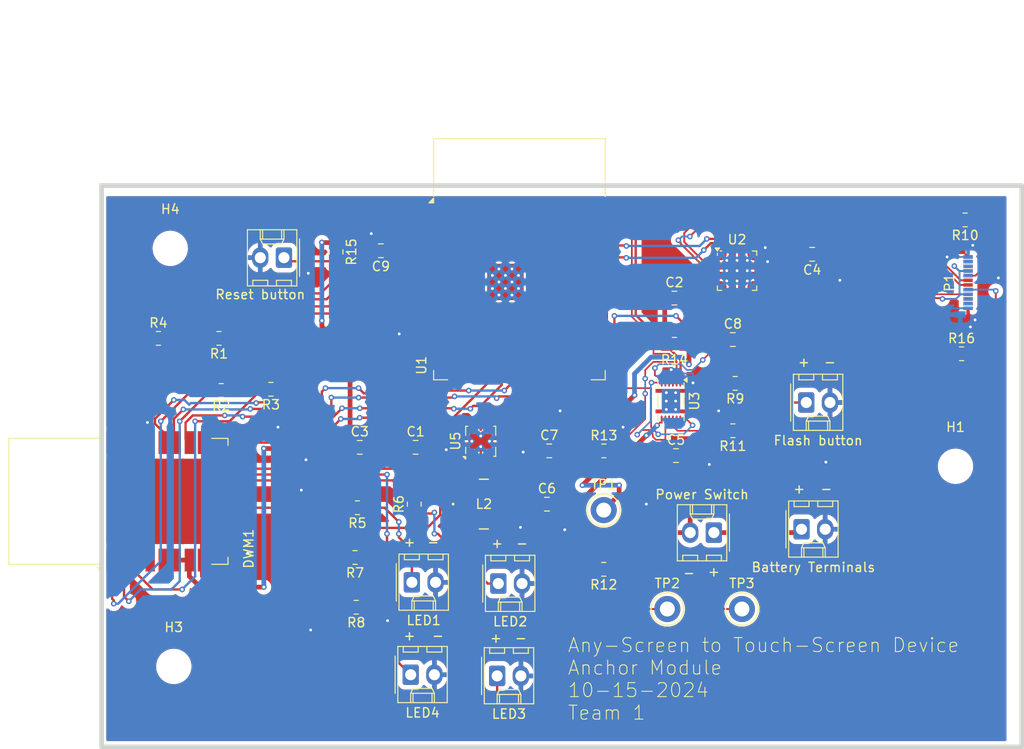
<source format=kicad_pcb>
(kicad_pcb (version 20240108) (generator "pcbnew") (generator_version "8.0")
  (layers (0 "F.Cu" signal) (31 "B.Cu" signal) (34 "B.Paste" user) (35 "F.Paste" user) (36 "B.SilkS" user "B.Silkscreen") (37 "F.SilkS" user "F.Silkscreen") (38 "B.Mask" user) (39 "F.Mask" user) (44 "Edge.Cuts" user))
  (net 0 "")
  (net 1 "+3.3V")
  (net 2 "GND")
  (net 3 "Net-(U2-VPP)")
  (net 4 "Net-(J3-Pin_2)")
  (net 5 "Net-(U3-V_{DD})")
  (net 7 "Net-(DWM1-EXTON)")
  (net 9 "/LEDRX")
  (net 10 "Net-(DWM1-~{RST})")
  (net 11 "/LEDSFD")
  (net 12 "/LEDRX_OK")
  (net 14 "/MOSI")
  (net 15 "/LEDTX")
  (net 16 "/SPI_CLK")
  (net 17 "/INT")
  (net 18 "/CS_AL")
  (net 19 "/MISO")
  (net 20 "Net-(DWM1-WAKEUP)")
  (net 22 "/RESET_ESP")
  (net 23 "Net-(J2-Pin_1)")
  (net 24 "Net-(J3-Pin_1)")
  (net 25 "Net-(J5-Pin_1)")
  (net 26 "Net-(J6-Pin_1)")
  (net 27 "Net-(J7-Pin_1)")
  (net 28 "Net-(J8-Pin_1)")
  (net 29 "/USB_D-")
  (net 30 "Net-(U3-SRN)")
  (net 31 "/USB_D+")
  (net 32 "Net-(P1-CC)")
  (net 33 "Net-(P1-VCONN)")
  (net 34 "/EXT_ON")
  (net 35 "/WAKEUP")
  (net 36 "/RESET_ACT_L")
  (net 37 "/EN_FLASH")
  (net 38 "/I2C Clock")
  (net 39 "/I2C Data")
  (net 40 "/MCU GPIO")
  (net 49 "/USB_DATA_RXD")
  (net 60 "/USB_DATA_TXD")
  (net 68 "/USB_SEND")
  (net 72 "/USB_READY")
  (net 78 "USB_VBUS")
  (net 81 "Net-(U3-BIN)")
  (net 88 "Net-(U5-L1)")
  (net 89 "Net-(U5-L2)")
  (footprint "Connector_USB:USB_C_Plug_Molex_105444" (layer "F.Cu") (at 177.537 56.252 -90)
    (property "Reference" "P1")
    (property "Value" "USB_C_Plug_USB2.0")
  )
  (footprint "Resistor_SMD:R_0805_2012Metric_Pad1.20x1.40mm_HandSolder" (layer "F.Cu") (at 118.11 80.01 90)
    (property "Reference" "R6")
    (property "Value" "470")
  )
  (footprint "Resistor_SMD:R_0805_2012Metric_Pad1.20x1.40mm_HandSolder" (layer "F.Cu") (at 138.43 86.995 180)
    (property "Reference" "R12")
    (property "Value" "10mΩ")
  )
  (footprint "Resistor_SMD:R_0805_2012Metric_Pad1.20x1.40mm_HandSolder" (layer "F.Cu") (at 97.171 62.23 180)
    (property "Reference" "R1")
    (property "Value" "470")
  )
  (footprint "Resistor_SMD:R_0805_2012Metric_Pad1.20x1.40mm_HandSolder" (layer "F.Cu") (at 138.446 74.295)
    (property "Reference" "R13")
    (property "Value" "10kΩ")
  )
  (footprint "Resistor_SMD:R_0805_2012Metric_Pad1.20x1.40mm_HandSolder" (layer "F.Cu") (at 152.527 67.056 180)
    (property "Reference" "R9")
    (property "Value" "470")
  )
  (footprint "Capacitor_SMD:C_0805_2012Metric_Pad1.18x1.45mm_HandSolder" (layer "F.Cu") (at 112.268 73.914)
    (property "Reference" "C3")
    (property "Value" "10uF")
  )
  (footprint "Capacitor_SMD:C_0805_2012Metric_Pad1.18x1.45mm_HandSolder" (layer "F.Cu") (at 118.2585 73.914)
    (property "Reference" "C1")
    (property "Value" "10uF")
  )
  (footprint "Connector_Molex:Molex_KK-254_AE-6410-02A_1x02_P2.54mm_Vertical" (layer "F.Cu") (at 127 98.425)
    (property "Reference" "J7" (hide yes))
    (property "Value" "LED3")
  )
  (footprint "Resistor_SMD:R_0805_2012Metric_Pad1.20x1.40mm_HandSolder" (layer "F.Cu") (at 176.8 63.881)
    (property "Reference" "R16")
    (property "Value" "10k")
  )
  (footprint "TestPoint:TestPoint_Keystone_5010-5014_Multipurpose" (layer "F.Cu") (at 153.25 91.25)
    (property "Reference" "TP3")
    (property "Value" "TestPoint")
  )
  (footprint "Connector_Molex:Molex_KK-254_AE-6410-02A_1x02_P2.54mm_Vertical" (layer "F.Cu") (at 117.729 98.298)
    (property "Reference" "J8" (hide yes))
    (property "Value" "LED4")
  )
  (footprint "Resistor_SMD:R_0805_2012Metric_Pad1.20x1.40mm_HandSolder" (layer "F.Cu") (at 102.743 67.691 180)
    (property "Reference" "R3")
    (property "Value" "470")
  )
  (footprint "Connector_Molex:Molex_KK-254_AE-6410-02A_1x02_P2.54mm_Vertical" (layer "F.Cu") (at 104.14 53.574 180)
    (property "Reference" "J1" (hide yes))
    (property "Value" "Reset button")
  )
  (footprint "MountingHole:MountingHole_3.2mm_M3" (layer "F.Cu") (at 176.149 75.946)
    (property "Reference" "H1")
    (property "Value" "MountingHole")
  )
  (footprint "Resistor_SMD:R_0805_2012Metric_Pad1.20x1.40mm_HandSolder" (layer "F.Cu") (at 152.273 72.136 180)
    (property "Reference" "R11")
    (property "Value" "10kΩ")
  )
  (footprint "Package_SON:Texas_DRC0010J_ThermalVias" (layer "F.Cu") (at 125.238 73.263 90)
    (property "Reference" "U5")
    (property "Value" "TPS63001")
  )
  (footprint "footprints:IND_MSS5131_COC" (layer "F.Cu") (at 125.5783 80)
    (property "Reference" "L2")
    (property "Value" "MSS5131-222MLB")
  )
  (footprint "Capacitor_SMD:C_0805_2012Metric_Pad1.18x1.45mm_HandSolder" (layer "F.Cu") (at 160.782 53.213 180)
    (property "Reference" "C4")
    (property "Value" "10uF")
  )
  (footprint "Resistor_SMD:R_0805_2012Metric_Pad1.20x1.40mm_HandSolder" (layer "F.Cu") (at 90.678 62.23)
    (property "Reference" "R4")
    (property "Value" "10k")
  )
  (footprint "Package_SON:Texas_S-PDSO-N12" (layer "F.Cu") (at 145.641 68.953 -90)
    (property "Reference" "U3")
    (property "Value" "BQ27441-G1")
  )
  (footprint "Connector_Molex:Molex_KK-254_AE-6410-02A_1x02_P2.54mm_Vertical" (layer "F.Cu") (at 160.147 69.108)
    (property "Reference" "J2" (hide yes))
    (property "Value" "Flash button")
  )
  (footprint "Resistor_SMD:R_0805_2012Metric_Pad1.20x1.40mm_HandSolder" (layer "F.Cu") (at 109.728 52.959 -90)
    (property "Reference" "R15")
    (property "Value" "10kΩ")
  )
  (footprint "Connector_Molex:Molex_KK-254_AE-6410-02A_1x02_P2.54mm_Vertical" (layer "F.Cu") (at 159.639 82.697)
    (property "Reference" "J4" (hide yes))
    (property "Value" "Battery Terminals")
  )
  (footprint "Connector_Molex:Molex_KK-254_AE-6410-02A_1x02_P2.54mm_Vertical" (layer "F.Cu") (at 150.241 83.058 180)
    (property "Reference" "J3" (hide yes))
    (property "Value" "Power Switch")
  )
  (footprint "Capacitor_SMD:C_0805_2012Metric_Pad1.18x1.45mm_HandSolder" (layer "F.Cu") (at 146.177 74.803)
    (property "Reference" "C5")
    (property "Value" "1 μF")
  )
  (footprint "Resistor_SMD:R_0805_2012Metric_Pad1.20x1.40mm_HandSolder" (layer "F.Cu") (at 146.007 62.865 180)
    (property "Reference" "R14")
    (property "Value" "10kΩ")
  )
  (footprint "Resistor_SMD:R_0805_2012Metric_Pad1.20x1.40mm_HandSolder" (layer "F.Cu") (at 112.014 80.391 180)
    (property "Reference" "R5")
    (property "Value" "470")
  )
  (footprint "Capacitor_SMD:C_0805_2012Metric_Pad1.18x1.45mm_HandSolder" (layer "F.Cu") (at 114.5325 52.832 180)
    (property "Reference" "C9")
    (property "Value" "1uF")
  )
  (footprint "Connector_Molex:Molex_KK-254_AE-6410-02A_1x02_P2.54mm_Vertical" (layer "F.Cu") (at 127.127 88.519)
    (property "Reference" "J6" (hide yes))
    (property "Value" "LED2")
  )
  (footprint "RF_Module:DWM1000" (layer "F.Cu") (at 86.3908 79.706 90)
    (property "Reference" "DWM1")
    (property "Value" "DWM1000")
  )
  (footprint "Resistor_SMD:R_0805_2012Metric_Pad1.20x1.40mm_HandSolder" (layer "F.Cu") (at 97.409 67.818 180)
    (property "Reference" "R2")
    (property "Value" "470")
  )
  (footprint "Resistor_SMD:R_0805_2012Metric_Pad1.20x1.40mm_HandSolder" (layer "F.Cu") (at 177.181 49.53 180)
    (property "Reference" "R10")
    (property "Value" "5.1k")
  )
  (footprint "Resistor_SMD:R_0805_2012Metric_Pad1.20x1.40mm_HandSolder" (layer "F.Cu") (at 111.76 85.725 180)
    (property "Reference" "R7")
    (property "Value" "470")
  )
  (footprint "Package_DFN_QFN:QFN-24-1EP_4x4mm_P0.5mm_EP2.7x2.7mm_ThermalVias" (layer "F.Cu") (at 152.7235 54.971)
    (property "Reference" "U2")
    (property "Value" "CP2104")
  )
  (footprint "Capacitor_SMD:C_0805_2012Metric_Pad1.18x1.45mm_HandSolder" (layer "F.Cu") (at 132.588 74.295)
    (property "Reference" "C7")
    (property "Value" "33 μF")
  )
  (footprint "Resistor_SMD:R_0805_2012Metric_Pad1.20x1.40mm_HandSolder" (layer "F.Cu") (at 111.887 91.059 180)
    (property "Reference" "R8")
    (property "Value" "470")
  )
  (footprint "Connector_Molex:Molex_KK-254_AE-6410-02A_1x02_P2.54mm_Vertical" (layer "F.Cu") (at 117.856 88.392)
    (property "Reference" "J5" (hide yes))
    (property "Value" "LED1")
  )
  (footprint "TestPoint:TestPoint_Keystone_5010-5014_Multipurpose" (layer "F.Cu") (at 138.43 80.645)
    (property "Reference" "TP1")
    (property "Value" "TestPoint")
  )
  (footprint "Capacitor_SMD:C_0805_2012Metric_Pad1.18x1.45mm_HandSolder" (layer "F.Cu") (at 132.334 80.01)
    (property "Reference" "C6")
    (property "Value" "10 μF")
  )
  (footprint "RF_Module:ESP32-S3-WROOM-1" (layer "F.Cu") (at 129.389 53.721)
    (property "Reference" "U1")
    (property "Value" "ESP32-S3-WROOM-1")
  )
  (footprint "MountingHole:MountingHole_3.2mm_M3" (layer "F.Cu") (at 91.948 52.578)
    (property "Reference" "H4")
    (property "Value" "MountingHole")
  )
  (footprint "Capacitor_SMD:C_0805_2012Metric_Pad1.18x1.45mm_HandSolder" (layer "F.Cu") (at 152.273 62.357)
    (property "Reference" "C8")
    (property "Value" "0.47 μF")
  )
  (footprint "MountingHole:MountingHole_3.2mm_M3" (layer "F.Cu") (at 92.329 97.409)
    (property "Reference" "H3")
    (property "Value" "MountingHole")
  )
  (footprint "Capacitor_SMD:C_0805_2012Metric_Pad1.18x1.45mm_HandSolder" (layer "F.Cu") (at 146.007 57.912)
    (property "Reference" "C2")
    (property "Value" "10uF")
  )
  (footprint "TestPoint:TestPoint_Keystone_5010-5014_Multipurpose" (layer "F.Cu") (at 145.25 91.25)
    (property "Reference" "TP2")
    (property "Value" "TestPoint")
  )
  (gr_rect (start 84.582 45.847) (end 183.261 106.037) (stroke (width 0.5)) (fill none) (layer "Edge.Cuts"))
  (gr_text "Any-Screen to Touch-Screen Device\nAnchor Module\n10-15-2024\nTeam 1" (at 134.5 103.25 0) (layer "F.SilkS") (effects (font (size 1.5 1.5) (thickness 0.1)) (justify left bottom)))
  (segment (start 115.557 72.25) (end 117.221 73.914) (width 0.508) (layer "F.Cu") (net 1))
  (segment (start 101.981 88.9) (end 95.153 88.9) (width 0.508) (layer "F.Cu") (net 1))
  (segment (start 111.2305 71.628) (end 111.2305 73.914) (width 0.508) (layer "F.Cu") (net 1))
  (segment (start 144.9695 57.912) (end 147.272663 55.608837) (width 0.508) (layer "F.Cu") (net 1))
  (segment (start 108.204 60.325) (end 108.204 60.96) (width 0.508) (layer "F.Cu") (net 1))
  (segment (start 111.2305 71.628) (end 111.8525 72.25) (width 0.508) (layer "F.Cu") (net 1))
  (segment (start 150.25 55.721) (end 150.761 55.721) (width 0.254) (layer "F.Cu") (net 1))
  (segment (start 131.5505 74.295) (end 133.2335 72.612) (width 0.508) (layer "F.Cu") (net 1))
  (segment (start 147.574 63.432) (end 147.007 62.865) (width 0.508) (layer "F.Cu") (net 1))
  (segment (start 137.446 72.612) (end 141.732 68.326) (width 0.508) (layer "F.Cu") (net 1))
  (segment (start 131.5505 74.295) (end 128.0795 70.824) (width 0.508) (layer "F.Cu") (net 1))
  (segment (start 111.2305 73.914) (end 111.125 73.914) (width 0.508) (layer "F.Cu") (net 1))
  (segment (start 93.992 87.739) (end 93.992 86.006) (width 0.508) (layer "F.Cu") (net 1))
  (segment (start 140.081 78.994) (end 138.43 80.645) (width 0.508) (layer "F.Cu") (net 1))
  (segment (start 151.4735 56.9335) (end 150.761 56.221) (width 0.254) (layer "F.Cu") (net 1))
  (segment (start 92.592 86.006) (end 91.192 86.006) (width 0.508) (layer "F.Cu") (net 1))
  (segment (start 128.0795 70.824) (end 124.164 70.824) (width 0.508) (layer "F.Cu") (net 1))
  (segment (start 122.428 71.501) (end 123.444 70.485) (width 0.508) (layer "F.Cu") (net 1))
  (segment (start 93.992 86.006) (end 92.592 86.006) (width 0.508) (layer "F.Cu") (net 1))
  (segment (start 140.081 77.978) (end 140.081 78.994) (width 0.508) (layer "F.Cu") (net 1))
  (segment (start 133.2335 72.612) (end 137.446 72.612) (width 0.508) (layer "F.Cu") (net 1))
  (segment (start 95.153 88.9) (end 93.992 87.739) (width 0.508) (layer "F.Cu") (net 1))
  (segment (start 147.574 65.024) (end 147.574 63.432) (width 0.508) (layer "F.Cu") (net 1))
  (segment (start 137.446 76.676) (end 136.144 77.978) (width 0.508) (layer "F.Cu") (net 1))
  (segment (start 111.8525 72.25) (end 115.557 72.25) (width 0.508) (layer "F.Cu") (net 1))
  (segment (start 117.221 73.914) (end 117.221 72.529) (width 0.508) (layer "F.Cu") (net 1))
  (segment (start 147.272663 55.608837) (end 147.636837 55.608837) (width 0.508) (layer "F.Cu") (net 1))
  (segment (start 118.249 71.501) (end 122.428 71.501) (width 0.508) (layer "F.Cu") (net 1))
  (segment (start 120.639 49.731) (end 111.956 49.731) (width 0.508) (layer "F.Cu") (net 1))
  (segment (start 110.998 74.041) (end 101.981 74.041) (width 0.508) (layer "F.Cu") (net 1))
  (segment (start 147.636837 55.608837) (end 148.249 56.221) (width 0.508) (layer "F.Cu") (net 1))
  (segment (start 122.428 73.177126) (end 123.913874 74.663) (width 0.508) (layer "F.Cu") (net 1))
  (segment (start 149.75 56.221) (end 150.25 55.721) (width 0.254) (layer "F.Cu") (net 1))
  (segment (start 111.956 49.731) (end 109.728 51.959) (width 0.508) (layer "F.Cu") (net 1))
  (segment (start 144.9695 60.8275) (end 147.007 62.865) (width 0.508) (layer "F.Cu") (net 1))
  (segment (start 149.75 56.221) (end 148.249 56.221) (width 0.254) (layer "F.Cu") (net 1))
  (segment (start 123.444 70.485) (end 123.825 70.485) (width 0.508) (layer "F.Cu") (net 1))
  (segment (start 108.204 60.96) (end 111.2305 63.9865) (width 0.508) (layer "F.Cu") (net 1))
  (segment (start 137.446 74.295) (end 137.446 72.612) (width 0.508) (layer "F.Cu") (net 1))
  (segment (start 111.125 73.914) (end 110.998 74.041) (width 0.508) (layer "F.Cu") (net 1))
  (segment (start 111.2305 63.9865) (end 111.2305 71.628) (width 0.508) (layer "F.Cu") (net 1))
  (segment (start 117.221 72.529) (end 118.249 71.501) (width 0.508) (layer "F.Cu") (net 1))
  (segment (start 122.428 71.501) (end 122.428 73.177126) (width 0.508) (layer "F.Cu") (net 1))
  (segment (start 144.9695 57.912) (end 144.9695 60.8275) (width 0.508) (layer "F.Cu") (net 1))
  (segment (start 109.728 51.959) (end 108.474 51.959) (width 0.508) (layer "F.Cu") (net 1))
  (segment (start 123.825 70.485) (end 124.164 70.824) (width 0.508) (layer "F.Cu") (net 1))
  (segment (start 124.164 70.824) (end 124.164 71.863) (width 0.508) (layer "F.Cu") (net 1))
  (segment (start 137.446 74.295) (end 137.446 76.676) (width 0.508) (layer "F.Cu") (net 1))
  (segment (start 123.913874 74.663) (end 124.157 74.663) (width 0.508) (layer "F.Cu") (net 1))
  (segment (start 150.761 56.221) (end 149.75 56.221) (width 0.254) (layer "F.Cu") (net 1))
  (via (at 147.574 65.024) (size 0.6) (drill 0.3) (layers "F.Cu" "B.Cu") (net 1))
  (via (at 108.204 60.325) (size 0.6) (drill 0.3) (layers "F.Cu" "B.Cu") (net 1))
  (via (at 101.981 74.041) (size 0.6) (drill 0.3) (layers "F.Cu" "B.Cu") (net 1))
  (via (at 101.981 88.9) (size 0.6) (drill 0.3) (layers "F.Cu" "B.Cu") (net 1))
  (via (at 108.204 51.943) (size 0.6) (drill 0.3) (layers "F.Cu" "B.Cu") (net 1))
  (via (at 136.144 77.978) (size 0.6) (drill 0.3) (layers "F.Cu" "B.Cu") (net 1))
  (via (at 140.081 77.978) (size 0.6) (drill 0.3) (layers "F.Cu" "B.Cu") (net 1))
  (via (at 141.732 68.326) (size 0.6) (drill 0.3) (layers "F.Cu" "B.Cu") (net 1))
  (segment (start 141.732 66.018) (end 143.5 64.25) (width 0.508) (layer "B.Cu") (net 1))
  (segment (start 146.8 64.25) (end 147.574 65.024) (width 0.508) (layer "B.Cu") (net 1))
  (segment (start 101.981 74.041) (end 101.981 88.9) (width 0.508) (layer "B.Cu") (net 1))
  (segment (start 108.204 51.943) (end 108.204 60.325) (width 0.508) (layer "B.Cu") (net 1))
  (segment (start 141.732 68.326) (end 141.732 66.018) (width 0.508) (layer "B.Cu") (net 1))
  (segment (start 143.5 64.25) (end 146.8 64.25) (width 0.508) (layer "B.Cu") (net 1))
  (segment (start 136.144 77.978) (end 140.081 77.978) (width 0.508) (layer "B.Cu") (net 1))
  (segment (start 125.238 74.663) (end 125.238 73.838) (width 0.254) (layer "F.Cu") (net 2))
  (segment (start 176.082 52.832) (end 176.657 52.832) (width 0.1778) (layer "F.Cu") (net 2))
  (segment (start 152.7235 54.971) (end 153.8235 56.071) (width 0.2032) (layer "F.Cu") (net 2))
  (segment (start 125.238 72.688) (end 124.884447 72.688) (width 0.254) (layer "F.Cu") (net 2))
  (segment (start 174.5 52.75) (end 174.5 52) (width 0.1778) (layer "F.Cu") (net 2))
  (segment (start 176.827 52.832) (end 177.497 53.502) (width 0.1778) (layer "F.Cu") (net 2))
  (segment (start 174.75 51.75) (end 175 51.75) (width 0.1778) (layer "F.Cu") (net 2))
  (segment (start 151.2735 54.221) (end 151.6235 53.871) (width 0.254) (layer "F.Cu") (net 2))
  (segment (start 175 51.75) (end 176.082 52.832) (width 0.1778) (layer "F.Cu") (net 2))
  (segment (start 150.761 54.221) (end 151.2735 54.221) (width 0.254) (layer "F.Cu") (net 2))
  (segment (start 178 52.25) (end 177.239 52.25) (width 0.1778) (layer "F.Cu") (net 2))
  (segment (start 177.497 59.002) (end 177.497 59.497) (width 0.2032) (layer "F.Cu") (net 2))
  (segment (start 145.841 65.7667) (end 145.841 66.978) (width 0.2) (layer "F.Cu") (net 2))
  (segment (start 178.25 60.5) (end 177.75 61) (width 0.2032) (layer "F.Cu") (net 2))
  (segment (start 145.6632 65.5889) (end 145.841 65.7667) (width 0.2) (layer "F.Cu") (net 2))
  (segment (start 177.497 59.497) (end 178.25 60.25) (width 0.2032) (layer "F.Cu") (net 2))
  (segment (start 178.25 60.25) (end 178.25 60.5) (width 0.2032) (layer "F.Cu") (net 2))
  (segment (start 124.884447 72.688) (end 124.745 72.548553) (width 0.254) (layer "F.Cu") (net 2))
  (segment (start 174.5 52) (end 174.75 51.75) (width 0.1778) (layer "F.Cu") (net 2))
  (segment (start 124.745 72.548553) (end 124.745 71.863) (width 0.254) (layer "F.Cu") (net 2))
  (segment (start 175.25 53.5) (end 174.5 52.75) (width 0.1778) (layer "F.Cu") (net 2))
  (segment (start 177.239 52.25) (end 176.657 52.832) (width 0.1778) (layer "F.Cu") (net 2))
  (segment (start 176.657 52.832) (end 176.827 52.832) (width 0.1778) (layer "F.Cu") (net 2))
  (via (at 180.75 55.75) (size 0.6) (drill 0.3) (layers "F.Cu" "B.Cu") (net 2))
  (via (at 150.75 70) (size 0.6) (drill 0.3) (layers "F.Cu" "B.Cu") (net 2))
  (via (at 100.25 85.25) (size 0.6) (drill 0.3) (layers "F.Cu" "B.Cu") (net 2))
  (via (at 134.25 82.75) (size 0.6) (drill 0.3) (layers "F.Cu" "B.Cu") (net 2))
  (via (at 178 52.25) (size 0.6) (drill 0.3) (layers "F.Cu" "B.Cu") (net 2))
  (via (at 89.5 71.25) (size 0.6) (drill 0.3) (layers "F.Cu" "B.Cu") (net 2))
  (via (at 133.75 70) (size 0.6) (drill 0.3) (layers "F.Cu" "B.Cu") (net 2))
  (via (at 116.5 61.75) (size 0.6) (drill 0.3) (layers "F.Cu" "B.Cu") (net 2))
  (via (at 140.5 71.75) (size 0.6) (drill 0.3) (layers "F.Cu" "B.Cu") (net 2))
  (via (at 148 67) (size 0.6) (drill 0.3) (layers "F.Cu" "B.Cu") (net 2))
  (via (at 175.25 53.5) (size 0.6) (drill 0.3) (layers "F.Cu" "B.Cu") (net 2))
  (via (at 155.75 52.5) (size 0.6) (drill 0.3) (layers "F.Cu" "B.Cu") (net 2))
  (via (at 115.25 92.5) (size 0.6) (drill 0.3) (layers "F.Cu" "B.Cu") (net 2))
  (via (at 106 78.5) (size 0.6) (drill 0.3) (layers "F.Cu" "B.Cu") (net 2))
  (via (at 145.6632 65.5889) (size 0.6) (drill 0.3) (layers "F.Cu" "B.Cu") (net 2))
  (via (at 162.25 75.5) (size 0.6) (drill 0.3) (layers "F.Cu" "B.Cu") (net 2))
  (via (at 103.5 71.75) (size 0.6) (drill 0.3) (layers "F.Cu" "B.Cu") (net 2))
  (via (at 163.75 56) (size 0.6) (drill 0.3) (layers "F.Cu" "B.Cu") (net 2))
  (via (at 178.25 60.25) (size 0.6) (drill 0.3) (layers "F.Cu" "B.Cu") (net 2))
  (via (at 106.5 75.25) (size 0.6) (drill 0.3) (layers "F.Cu" "B.Cu") (net 2))
  (via (at 113.5 51) (size 0.6) (drill 0.3) (layers "F.Cu" "B.Cu") (net 2))
  (via (at 129.794 74.422) (size 0.6) (drill 0.3) (layers "F.Cu" "B.Cu") (net 2))
  (via (at 129.5 82.5) (size 0.6) (drill 0.3) (layers "F.Cu" "B.Cu") (net 2))
  (via (at 143 80) (size 0.6) (drill 0.3) (layers "F.Cu" "B.Cu") (net 2))
  (via (at 149.75 75.75) (size 0.6) (drill 0.3) (layers "F.Cu" "B.Cu") (net 2))
  (via (at 121.539 74.168) (size 0.6) (drill 0.3) (layers "F.Cu" "B.Cu") (net 2))
  (via (at 156 54) (size 0.6) (drill 0.3) (layers "F.Cu" "B.Cu") (net 2))
  (via (at 106.75 55.25) (size 0.6) (drill 0.3) (layers "F.Cu" "B.Cu") (net 2))
  (via (at 177.75 61) (size 0.6) (drill 0.3) (layers "F.Cu" "B.Cu") (net 2))
  (via (at 107 93.5) (size 0.6) (drill 0.3) (layers "F.Cu" "B.Cu") (net 2))
  (segment (start 177.497 53.502) (end 175.252 53.502) (width 0.1778) (layer "B.Cu") (net 2))
  (segment (start 175.5 59.25) (end 175.748 59.002) (width 0.2032) (layer "B.Cu") (net 2))
  (segment (start 176.657 59.672) (end 175.672 59.672) (width 0.2032) (layer "B.Cu") (net 2))
  (segment (start 175.748 59.002) (end 177.497 59.002) (width 0.2032) (layer "B.Cu") (net 2))
  (segment (start 176.75 61) (end 176.657 60.907) (width 0.2032) (layer "B.Cu") (net 2))
  (segment (start 147.0018 66.0018) (end 146.5 65.5) (width 0.2) (layer "B.Cu") (net 2))
  (segment (start 145.7521 65.5) (end 145.6632 65.5889) (width 0.2) (layer "B.Cu") (net 2))
  (segment (start 176.657 60.907) (end 176.657 59.672) (width 0.2032) (layer "B.Cu") (net 2))
  (segment (start 177.75 61) (end 176.75 61) (width 0.2032) (layer "B.Cu") (net 2))
  (segment (start 148 67) (end 148 66.0018) (width 0.2) (layer "B.Cu") (net 2))
  (segment (start 175.252 53.502) (end 175.25 53.5) (width 0.1778) (layer "B.Cu") (net 2))
  (segment (start 148 66.0018) (end 147.0018 66.0018) (width 0.2) (layer "B.Cu") (net 2))
  (segment (start 175.5 59.5) (end 175.5 59.25) (width 0.2032) (layer "B.Cu") (net 2))
  (segment (start 175.672 59.672) (end 175.5 59.5) (width 0.2032) (layer "B.Cu") (net 2))
  (segment (start 146.5 65.5) (end 145.7521 65.5) (width 0.2) (layer "B.Cu") (net 2))
  (segment (start 159.7445 53.213) (end 158.2365 54.721) (width 0.254) (layer "F.Cu") (net 3))
  (segment (start 158.2365 54.721) (end 154.686 54.721) (width 0.254) (layer "F.Cu") (net 3))
  (segment (start 144.028069 73.1059) (end 143.6831 72.760931) (width 0.1778) (layer "F.Cu") (net 4))
  (segment (start 147.701 83.058) (end 147.701 77.3645) (width 0.508) (layer "F.Cu") (net 4))
  (segment (start 144.9601 73.1059) (end 144.028069 73.1059) (width 0.1778) (layer "F.Cu") (net 4))
  (segment (start 147.701 77.3645) (end 145.1395 74.803) (width 0.508) (layer "F.Cu") (net 4))
  (segment (start 142.518732 72.0551) (end 142.021416 72.552416) (width 0.1778) (layer "F.Cu") (net 4))
  (segment (start 147.701 83.058) (end 143.367 83.058) (width 0.508) (layer "F.Cu") (net 4))
  (segment (start 143.6831 72.760931) (end 143.6831 72.46239) (width 0.1778) (layer "F.Cu") (net 4))
  (segment (start 143.367 83.058) (end 139.43 86.995) (width 0.508) (layer "F.Cu") (net 4))
  (segment (start 145.041 73.025) (end 145.041 74.7045) (width 0.1778) (layer "F.Cu") (net 4))
  (segment (start 143.550567 66.976498) (end 144.317502 66.976498) (width 0.1778) (layer "F.Cu") (net 4))
  (segment (start 143.27581 72.0551) (end 142.518732 72.0551) (width 0.1778) (layer "F.Cu") (net 4))
  (segment (start 144.317502 66.976498) (end 144.641 66.653) (width 0.1778) (layer "F.Cu") (net 4))
  (segment (start 145.041 73.025) (end 144.9601 73.1059) (width 0.1778) (layer "F.Cu") (net 4))
  (segment (start 143.6831 72.46239) (end 143.27581 72.0551) (width 0.1778) (layer "F.Cu") (net 4))
  (segment (start 145.041 71.253) (end 145.041 73.025) (width 0.1778) (layer "F.Cu") (net 4))
  (segment (start 145.041 74.7045) (end 145.1395 74.803) (width 0.1778) (layer "F.Cu") (net 4))
  (via (at 142.021416 72.552416) (size 0.6) (drill 0.3) (layers "F.Cu" "B.Cu") (net 4))
  (via (at 143.550567 66.976498) (size 0.6) (drill 0.3) (layers "F.Cu" "B.Cu") (net 4))
  (segment (start 143.550567 66.976498) (end 143.4639 67.063165) (width 0.1778) (layer "B.Cu") (net 4))
  (segment (start 143.4639 71.109932) (end 142.021416 72.552416) (width 0.1778) (layer "B.Cu") (net 4))
  (segment (start 143.4639 67.063165) (end 143.4639 71.109932) (width 0.1778) (layer "B.Cu") (net 4))
  (segment (start 145.0299 66.2641) (end 145.041 66.2752) (width 0.1778) (layer "F.Cu") (net 5))
  (segment (start 143.916416 65.416416) (end 143.916416 66.166416) (width 0.1778) (layer "F.Cu") (net 5))
  (segment (start 149.04625 64.54625) (end 151.2355 62.357) (width 0.1778) (layer "F.Cu") (net 5))
  (segment (start 145.041 66.2752) (end 145.041 66.653) (width 0.1778) (layer "F.Cu") (net 5))
  (segment (start 143.916416 66.166416) (end 144.0141 66.2641) (width 0.1778) (layer "F.Cu") (net 5))
  (segment (start 144.0141 66.2641) (end 145.0299 66.2641) (width 0.1778) (layer "F.Cu") (net 5))
  (via (at 143.916416 65.416416) (size 0.6) (drill 0.3) (layers "F.Cu" "B.Cu") (net 5))
  (via (at 149.04625 64.54625) (size 0.6) (drill 0.3) (layers "F.Cu" "B.Cu") (net 5))
  (segment (start 144.332832 65) (end 143.916416 65.416416) (width 0.1778) (layer "B.Cu") (net 5))
  (segment (start 147.9796 65.6129) (end 147.330069 65.6129) (width 0.1778) (layer "B.Cu") (net 5))
  (segment (start 146.717169 65) (end 144.332832 65) (width 0.1778) (layer "B.Cu") (net 5))
  (segment (start 149.04625 64.54625) (end 147.9796 65.6129) (width 0.1778) (layer "B.Cu") (net 5))
  (segment (start 147.330069 65.6129) (end 146.717169 65) (width 0.1778) (layer "B.Cu") (net 5))
  (segment (start 85.89 90.678) (end 85.89 90.335) (width 0.254) (layer "F.Cu") (net 7))
  (segment (start 85.89 90.335) (end 85.717 90.162) (width 0.254) (layer "F.Cu") (net 7))
  (segment (start 85.717 90.162) (end 85.717 86.006) (width 0.254) (layer "F.Cu") (net 7))
  (segment (start 96.171 65.881) (end 90.932 71.12) (width 0.254) (layer "F.Cu") (net 7))
  (segment (start 96.171 62.23) (end 96.171 65.881) (width 0.254) (layer "F.Cu") (net 7))
  (via (at 90.932 71.12) (size 0.6) (drill 0.3) (layers "F.Cu" "B.Cu") (net 7))
  (via (at 85.89 90.678) (size 0.6) (drill 0.3) (layers "F.Cu" "B.Cu") (net 7))
  (segment (start 90.932 86.106) (end 88.265 88.773) (width 0.254) (layer "B.Cu") (net 7))
  (segment (start 88.265 88.773) (end 86.36 90.678) (width 0.254) (layer "B.Cu") (net 7))
  (segment (start 86.36 90.678) (end 85.89 90.678) (width 0.254) (layer "B.Cu") (net 7))
  (segment (start 90.932 71.12) (end 90.932 86.106) (width 0.254) (layer "B.Cu") (net 7))
  (segment (start 118.11 79.01) (end 116.85 77.75) (width 0.254) (layer "F.Cu") (net 9))
  (segment (start 100.467 77.46) (end 98.921 79.006) (width 0.254) (layer "F.Cu") (net 9))
  (segment (start 99.166 79.006) (end 97.687 79.006) (width 0.254) (layer "F.Cu") (net 9))
  (segment (start 98.921 79.006) (end 97.687 79.006) (width 0.254) (layer "F.Cu") (net 9))
  (segment (start 116.08 77.75) (end 115.79 77.46) (width 0.254) (layer "F.Cu") (net 9))
  (segment (start 115.79 77.46) (end 100.467 77.46) (width 0.254) (layer "F.Cu") (net 9))
  (segment (start 116.85 77.75) (end 116.08 77.75) (width 0.254) (layer "F.Cu") (net 9))
  (segment (start 88.392 87.485) (end 88.392 86.006) (width 0.254) (layer "F.Cu") (net 10))
  (segment (start 101.743 67.691) (end 98.314 71.12) (width 0.254) (layer "F.Cu") (net 10))
  (segment (start 98.314 71.12) (end 94.615 71.12) (width 0.254) (layer "F.Cu") (net 10))
  (segment (start 93.218 89.154) (end 90.061 89.154) (width 0.254) (layer "F.Cu") (net 10))
  (segment (start 90.061 89.154) (end 88.392 87.485) (width 0.254) (layer "F.Cu") (net 10))
  (via (at 94.615 71.12) (size 0.6) (drill 0.3) (layers "F.Cu" "B.Cu") (net 10))
  (via (at 93.218 89.154) (size 0.6) (drill 0.3) (layers "F.Cu" "B.Cu") (net 10))
  (segment (start 94.615 87.757) (end 93.218 89.154) (width 0.254) (layer "B.Cu") (net 10))
  (segment (start 94.615 71.12) (end 94.615 87.757) (width 0.254) (layer "B.Cu") (net 10))
  (segment (start 99.432 77.606) (end 97.687 77.606) (width 0.254) (layer "F.Cu") (net 11))
  (segment (start 110.887 91.059) (end 115.189 86.757) (width 0.254) (layer "F.Cu") (net 11))
  (segment (start 115.189 86.757) (end 115.189 83.185) (width 0.254) (layer "F.Cu") (net 11))
  (segment (start 115.189 76.833) (end 100.205 76.833) (width 0.254) (layer "F.Cu") (net 11))
  (segment (start 100.205 76.833) (end 99.432 77.606) (width 0.254) (layer "F.Cu") (net 11))
  (via (at 115.189 83.185) (size 0.6) (drill 0.3) (layers "F.Cu" "B.Cu") (net 11))
  (via (at 115.189 76.833) (size 0.6) (drill 0.3) (layers "F.Cu" "B.Cu") (net 11))
  (segment (start 115.189 83.185) (end 115.189 76.833) (width 0.254) (layer "B.Cu") (net 11))
  (segment (start 110.76 85.725) (end 113.935 82.55) (width 0.254) (layer "F.Cu") (net 12))
  (segment (start 113.935 82.55) (end 119.504712 82.55) (width 0.254) (layer "F.Cu") (net 12))
  (segment (start 119.894 76.206) (end 97.687 76.206) (width 0.254) (layer "F.Cu") (net 12))
  (segment (start 120.896 77.208) (end 119.894 76.206) (width 0.254) (layer "F.Cu") (net 12))
  (segment (start 119.504712 82.55) (end 120.896 81.158712) (width 0.254) (layer "F.Cu") (net 12))
  (segment (start 120.896 81.158712) (end 120.896 77.208) (width 0.254) (layer "F.Cu") (net 12))
  (segment (start 93.9908 73.406) (end 93.591 73.0062) (width 0.254) (layer "F.Cu") (net 14))
  (segment (start 125.24 69.469) (end 127.484 67.225) (width 0.254) (layer "F.Cu") (net 14))
  (segment (start 94.355288 70.493) (end 97.79 70.493) (width 0.254) (layer "F.Cu") (net 14))
  (segment (start 127.484 67.225) (end 127.484 66.221) (width 0.254) (layer "F.Cu") (net 14))
  (segment (start 124.436712 69.469) (end 125.24 69.469) (width 0.254) (layer "F.Cu") (net 14))
  (segment (start 109.467144 70.618856) (end 110.363 69.723) (width 0.254) (layer "F.Cu") (net 14))
  (segment (start 93.591 71.257288) (end 94.355288 70.493) (width 0.254) (layer "F.Cu") (net 14))
  (segment (start 93.591 73.0062) (end 93.591 71.257288) (width 0.254) (layer "F.Cu") (net 14))
  (segment (start 124.130856 69.774856) (end 124.436712 69.469) (width 0.254) (layer "F.Cu") (net 14))
  (segment (start 122.301 69.723) (end 122.355144 69.777144) (width 0.254) (layer "F.Cu") (net 14))
  (segment (start 112.268 69.723) (end 122.301 69.723) (width 0.254) (layer "F.Cu") (net 14))
  (segment (start 99.701856 70.618856) (end 109.467144 70.618856) (width 0.254) (layer "F.Cu") (net 14))
  (via (at 99.701856 70.618856) (size 0.6) (drill 0.3) (layers "F.Cu" "B.Cu") (net 14))
  (via (at 97.79 70.493) (size 0.6) (drill 0.3) (layers "F.Cu" "B.Cu") (net 14))
  (via (at 124.130856 69.774856) (size 0.6) (drill 0.3) (layers "F.Cu" "B.Cu") (net 14))
  (via (at 122.355144 69.777144) (size 0.6) (drill 0.3) (layers "F.Cu" "B.Cu") (net 14))
  (via (at 110.363 69.723) (size 0.6) (drill 0.3) (layers "F.Cu" "B.Cu") (net 14))
  (via (at 112.268 69.723) (size 0.6) (drill 0.3) (layers "F.Cu" "B.Cu") (net 14))
  (segment (start 99.576 70.493) (end 99.701856 70.618856) (width 0.254) (layer "B.Cu") (net 14))
  (segment (start 110.363 69.723) (end 112.268 69.723) (width 0.254) (layer "B.Cu") (net 14))
  (segment (start 124.128568 69.777144) (end 124.130856 69.774856) (width 0.254) (layer "B.Cu") (net 14))
  (segment (start 122.355144 69.777144) (end 124.128568 69.777144) (width 0.254) (layer "B.Cu") (net 14))
  (segment (start 97.79 70.493) (end 99.576 70.493) (width 0.254) (layer "B.Cu") (net 14))
  (segment (start 97.702 80.391) (end 97.687 80.406) (width 0.254) (layer "F.Cu") (net 15))
  (segment (start 111.014 80.391) (end 97.702 80.391) (width 0.254) (layer "F.Cu") (net 15))
  (segment (start 127.769711 67.826001) (end 128.754 66.841712) (width 0.254) (layer "F.Cu") (net 16))
  (segment (start 90.305 70.858) (end 92.329 68.834) (width 0.254) (layer "F.Cu") (net 16))
  (segment (start 112.141 67.564) (end 112.703 68.126) (width 0.254) (layer "F.Cu") (net 16))
  (segment (start 91.192 72.266712) (end 90.305 71.379712) (width 0.254) (layer "F.Cu") (net 16))
  (segment (start 108.204 69.088) (end 108.204 67.945) (width 0.254) (layer "F.Cu") (net 16))
  (segment (start 112.703 68.126) (end 118.491 68.126) (width 0.254) (layer "F.Cu") (net 16))
  (segment (start 118.791 67.826) (end 123.952 67.826) (width 0.254) (layer "F.Cu") (net 16))
  (segment (start 108.204 67.945) (end 108.585 67.564) (width 0.254) (layer "F.Cu") (net 16))
  (segment (start 101.232711 69.088) (end 108.204 69.088) (width 0.254) (layer "F.Cu") (net 16))
  (segment (start 90.305 71.379712) (end 90.305 70.858) (width 0.254) (layer "F.Cu") (net 16))
  (segment (start 118.491 68.126) (end 118.791 67.826) (width 0.254) (layer "F.Cu") (net 16))
  (segment (start 91.192 73.406) (end 91.192 72.266712) (width 0.254) (layer "F.Cu") (net 16))
  (segment (start 128.754 66.841712) (end 128.754 66.221) (width 0.254) (layer "F.Cu") (net 16))
  (segment (start 101.154355 69.166356) (end 101.232711 69.088) (width 0.254) (layer "F.Cu") (net 16))
  (via (at 101.154355 69.166356) (size 0.6) (drill 0.3) (layers "F.Cu" "B.Cu") (net 16))
  (via (at 127.769711 67.826001) (size 0.6) (drill 0.3) (layers "F.Cu" "B.Cu") (net 16))
  (via (at 112.141 67.564) (size 0.6) (drill 0.3) (layers "F.Cu" "B.Cu") (net 16))
  (via (at 92.329 68.834) (size 0.6) (drill 0.3) (layers "F.Cu" "B.Cu") (net 16))
  (via (at 108.585 67.564) (size 0.6) (drill 0.3) (layers "F.Cu" "B.Cu") (net 16))
  (via (at 123.952 67.826) (size 0.6) (drill 0.3) (layers "F.Cu" "B.Cu") (net 16))
  (segment (start 94.155644 69.166356) (end 101.154355 69.166356) (width 0.254) (layer "B.Cu") (net 16))
  (segment (start 93.98 69.342) (end 94.155644 69.166356) (width 0.254) (layer "B.Cu") (net 16))
  (segment (start 127.76971 67.826) (end 127.769711 67.826001) (width 0.254) (layer "B.Cu") (net 16))
  (segment (start 93.472 68.834) (end 93.98 69.342) (width 0.254) (layer "B.Cu") (net 16))
  (segment (start 108.585 67.564) (end 112.141 67.564) (width 0.254) (layer "B.Cu") (net 16))
  (segment (start 123.952 67.826) (end 127.76971 67.826) (width 0.254) (layer "B.Cu") (net 16))
  (segment (start 92.329 68.834) (end 93.472 68.834) (width 0.254) (layer "B.Cu") (net 16))
  (segment (start 118.671 52.271) (end 120.639 52.271) (width 0.254) (layer "F.Cu") (net 17))
  (segment (start 91.678 60.722) (end 93.472 58.928) (width 0.254) (layer "F.Cu") (net 17))
  (segment (start 108.077 57.404) (end 111.125 54.356) (width 0.254) (layer "F.Cu") (net 17))
  (segment (start 91.678 62.23) (end 91.678 60.722) (width 0.254) (layer "F.Cu") (net 17))
  (segment (start 103.378 59.055) (end 105.029 57.404) (width 0.254) (layer "F.Cu") (net 17))
  (segment (start 91.678 62.23) (end 88.392 65.516) (width 0.254) (layer "F.Cu") (net 17))
  (segment (start 93.472 58.928) (end 103.251 58.928) (width 0.254) (layer "F.Cu") (net 17))
  (segment (start 105.029 57.404) (end 108.077 57.404) (width 0.254) (layer "F.Cu") (net 17))
  (segment (start 111.125 54.356) (end 116.586 54.356) (width 0.254) (layer "F.Cu") (net 17))
  (segment (start 116.586 54.356) (end 118.671 52.271) (width 0.254) (layer "F.Cu") (net 17))
  (segment (start 88.392 65.516) (end 88.392 73.406) (width 0.254) (layer "F.Cu") (net 17))
  (segment (start 103.251 58.928) (end 103.378 59.055) (width 0.254) (layer "F.Cu") (net 17))
  (segment (start 95.3908 73.406) (end 107.696 73.406) (width 0.254) (layer "F.Cu") (net 18))
  (segment (start 112.268 70.739) (end 122.28 70.739) (width 0.254) (layer "F.Cu") (net 18))
  (segment (start 107.696 73.406) (end 110.236 70.866) (width 0.254) (layer "F.Cu") (net 18))
  (segment (start 122.28 70.739) (end 126.214 66.805) (width 0.254) (layer "F.Cu") (net 18))
  (segment (start 126.214 66.805) (end 126.214 66.221) (width 0.254) (layer "F.Cu") (net 18))
  (via (at 112.268 70.739) (size 0.6) (drill 0.3) (layers "F.Cu" "B.Cu") (net 18))
  (via (at 110.236 70.866) (size 0.6) (drill 0.3) (layers "F.Cu" "B.Cu") (net 18))
  (segment (start 112.141 70.866) (end 112.268 70.739) (width 0.254) (layer "B.Cu") (net 18))
  (segment (start 110.236 70.866) (end 112.141 70.866) (width 0.254) (layer "B.Cu") (net 18))
  (segment (start 92.337 70.858) (end 93.345 69.85) (width 0.254) (layer "F.Cu") (net 19))
  (segment (start 127.142712 68.453) (end 128.796 68.453) (width 0.254) (layer "F.Cu") (net 19))
  (segment (start 126.944356 68.651356) (end 127.142712 68.453) (width 0.254) (layer "F.Cu") (net 19))
  (segment (start 100.527356 69.793356) (end 109.163356 69.793356) (width 0.254) (layer "F.Cu") (net 19))
  (segment (start 130.024 67.225) (end 130.024 66.221) (width 0.254) (layer "F.Cu") (net 19))
  (segment (start 109.22 69.85) (end 109.22 68.58) (width 0.254) (layer "F.Cu") (net 19))
  (segment (start 122.301 68.58) (end 122.428 68.453) (width 0.254) (layer "F.Cu") (net 19))
  (segment (start 112.141 68.58) (end 122.301 68.58) (width 0.254) (layer "F.Cu") (net 19))
  (segment (start 128.796 68.453) (end 130.024 67.225) (width 0.254) (layer "F.Cu") (net 19))
  (segment (start 92.592 73.406) (end 92.337 73.151) (width 0.254) (layer "F.Cu") (net 19))
  (segment (start 109.163356 69.793356) (end 109.22 69.85) (width 0.254) (layer "F.Cu") (net 19))
  (segment (start 92.337 73.151) (end 92.337 70.858) (width 0.254) (layer "F.Cu") (net 19))
  (via (at 109.22 68.58) (size 0.6) (drill 0.3) (layers "F.Cu" "B.Cu") (net 19))
  (via (at 100.527356 69.793356) (size 0.6) (drill 0.3) (layers "F.Cu" "B.Cu") (net 19))
  (via (at 93.345 69.85) (size 0.6) (drill 0.3) (layers "F.Cu" "B.Cu") (net 19))
  (via (at 122.428 68.453) (size 0.6) (drill 0.3) (layers "F.Cu" "B.Cu") (net 19))
  (via (at 112.141 68.58) (size 0.6) (drill 0.3) (layers "F.Cu" "B.Cu") (net 19))
  (via (at 126.944356 68.651356) (size 0.6) (drill 0.3) (layers "F.Cu" "B.Cu") (net 19))
  (segment (start 122.428 68.453) (end 126.746 68.453) (width 0.254) (layer "B.Cu") (net 19))
  (segment (start 93.345 69.85) (end 100.470712 69.85) (width 0.254) (layer "B.Cu") (net 19))
  (segment (start 100.470712 69.85) (end 100.527356 69.793356) (width 0.254) (layer "B.Cu") (net 19))
  (segment (start 126.746 68.453) (end 126.944356 68.651356) (width 0.254) (layer "B.Cu") (net 19))
  (segment (start 109.22 68.58) (end 112.141 68.58) (width 0.254) (layer "B.Cu") (net 19))
  (segment (start 86.992 89.913) (end 86.992 86.006) (width 0.254) (layer "F.Cu") (net 20))
  (segment (start 96.266 67.818) (end 92.964 71.12) (width 0.254) (layer "F.Cu") (net 20))
  (segment (start 96.409 67.818) (end 96.266 67.818) (width 0.254) (layer "F.Cu") (net 20))
  (segment (start 87.501857 90.422857) (end 86.992 89.913) (width 0.254) (layer "F.Cu") (net 20))
  (via (at 92.964 71.12) (size 0.6) (drill 0.3) (layers "F.Cu" "B.Cu") (net 20))
  (via (at 87.501857 90.422857) (size 0.6) (drill 0.3) (layers "F.Cu" "B.Cu") (net 20))
  (segment (start 92.964 71.12) (end 92.964 88.265) (width 0.254) (layer "B.Cu") (net 20))
  (segment (start 88.770714 89.154) (end 87.501857 90.422857) (width 0.254) (layer "B.Cu") (net 20))
  (segment (start 92.075 89.154) (end 88.770714 89.154) (width 0.254) (layer "B.Cu") (net 20))
  (segment (start 92.964 88.265) (end 92.075 89.154) (width 0.254) (layer "B.Cu") (net 20))
  (segment (start 113.495 52.832) (end 113.495 52.392) (width 0.254) (layer "F.Cu") (net 22))
  (segment (start 112.395 51.292) (end 112.395 50.419) (width 0.254) (layer "F.Cu") (net 22))
  (segment (start 119.253 50.312) (end 119.942 51.001) (width 0.254) (layer "F.Cu") (net 22))
  (segment (start 113.495 52.392) (end 112.395 51.292) (width 0.254) (layer "F.Cu") (net 22))
  (segment (start 119.942 51.001) (end 120.639 51.001) (width 0.254) (layer "F.Cu") (net 22))
  (segment (start 112.522 50.419) (end 112.629 50.312) (width 0.254) (layer "F.Cu") (net 22))
  (segment (start 109.728 53.959) (end 112.395 51.292) (width 0.254) (layer "F.Cu") (net 22))
  (segment (start 112.629 50.312) (end 119.253 50.312) (width 0.254) (layer "F.Cu") (net 22))
  (segment (start 104.525 53.959) (end 104.14 53.574) (width 0.254) (layer "F.Cu") (net 22))
  (segment (start 109.728 53.959) (end 104.525 53.959) (width 0.254) (layer "F.Cu") (net 22))
  (segment (start 112.395 50.419) (end 112.522 50.419) (width 0.254) (layer "F.Cu") (net 22))
  (segment (start 160.147 69.108) (end 155.579 69.108) (width 0.254) (layer "F.Cu") (net 23))
  (segment (start 155.579 69.108) (end 153.527 67.056) (width 0.254) (layer "F.Cu") (net 23))
  (segment (start 150.241 83.058) (end 159.278 83.058) (width 0.508) (layer "F.Cu") (net 24))
  (segment (start 159.278 83.058) (end 159.639 82.697) (width 0.508) (layer "F.Cu") (net 24))
  (segment (start 116.459 83.185) (end 116.459 83.566) (width 0.254) (layer "F.Cu") (net 25))
  (segment (start 117.856 84.963) (end 117.856 88.392) (width 0.254) (layer "F.Cu") (net 25))
  (segment (start 114.935 80.391) (end 116.459 81.915) (width 0.254) (layer "F.Cu") (net 25))
  (segment (start 116.459 83.566) (end 117.856 84.963) (width 0.254) (layer "F.Cu") (net 25))
  (segment (start 113.014 80.391) (end 114.935 80.391) (width 0.254) (layer "F.Cu") (net 25))
  (via (at 116.459 83.185) (size 0.6) (drill 0.3) (layers "F.Cu" "B.Cu") (net 25))
  (via (at 116.459 81.915) (size 0.6) (drill 0.3) (layers "F.Cu" "B.Cu") (net 25))
  (segment (start 116.459 81.915) (end 116.459 83.185) (width 0.254) (layer "B.Cu") (net 25))
  (segment (start 120.642 83.177) (end 125.984 88.519) (width 0.254) (layer "F.Cu") (net 26))
  (segment (start 120.269 83.177) (end 120.642 83.177) (width 0.254) (layer "F.Cu") (net 26))
  (segment (start 120.158 81.01) (end 120.269 80.899) (width 0.254) (layer "F.Cu") (net 26))
  (segment (start 118.11 81.01) (end 120.158 81.01) (width 0.254) (layer "F.Cu") (net 26))
  (segment (start 125.984 88.519) (end 127.127 88.519) (width 0.254) (layer "F.Cu") (net 26))
  (via (at 120.269 83.177) (size 0.6) (drill 0.3) (layers "F.Cu" "B.Cu") (net 26))
  (via (at 120.269 80.899) (size 0.6) (drill 0.3) (layers "F.Cu" "B.Cu") (net 26))
  (segment (start 120.269 80.899) (end 120.269 83.177) (width 0.254) (layer "B.Cu") (net 26))
  (segment (start 109.96 91.799) (end 114 95.839) (width 0.254) (layer "F.Cu") (net 27))
  (segment (start 112.76 85.725) (end 109.96 88.525) (width 0.254) (layer "F.Cu") (net 27))
  (segment (start 116.759 103.759) (end 123.741 103.759) (width 0.254) (layer "F.Cu") (net 27))
  (segment (start 123.741 103.759) (end 127 100.5) (width 0.254) (layer "F.Cu") (net 27))
  (segment (start 109.96 88.525) (end 109.96 91.799) (width 0.254) (layer "F.Cu") (net 27))
  (segment (start 114 95.839) (end 114 101) (width 0.254) (layer "F.Cu") (net 27))
  (segment (start 114 101) (end 116.759 103.759) (width 0.254) (layer "F.Cu") (net 27))
  (segment (start 127 100.5) (end 127 98.425) (width 0.254) (layer "F.Cu") (net 27))
  (segment (start 112.887 93.456) (end 117.729 98.298) (width 0.254) (layer "F.Cu") (net 28))
  (segment (start 112.887 91.059) (end 112.887 93.456) (width 0.254) (layer "F.Cu") (net 28))
  (segment (start 148.7256 50.25) (end 147.6676 51.308) (width 0.2032) (layer "F.Cu") (net 29))
  (segment (start 170.381589 50.25) (end 148.7256 50.25) (width 0.2032) (layer "F.Cu") (net 29))
  (segment (start 146.6628 51.9288) (end 146.6628 52.057862) (width 0.2032) (layer "F.Cu") (net 29))
  (segment (start 149.825938 55.221) (end 150.761 55.221) (width 0.2032) (layer "F.Cu") (net 29))
  (segment (start 177.497 56.502) (end 176.633589 56.502) (width 0.2032) (layer "F.Cu") (net 29))
  (segment (start 146.431 51.697) (end 146.6628 51.9288) (width 0.2032) (layer "F.Cu") (net 29))
  (segment (start 176.633589 56.502) (end 170.381589 50.25) (width 0.2032) (layer "F.Cu") (net 29))
  (segment (start 146.6628 52.057862) (end 149.825938 55.221) (width 0.2032) (layer "F.Cu") (net 29))
  (via (at 146.431 51.697) (size 0.6) (drill 0.3) (layers "F.Cu" "B.Cu") (net 29))
  (via (at 147.6676 51.308) (size 0.6) (drill 0.3) (layers "F.Cu" "B.Cu") (net 29))
  (segment (start 147.6676 51.308) (end 146.82 51.308) (width 0.2032) (layer "B.Cu") (net 29))
  (segment (start 146.82 51.308) (end 146.431 51.697) (width 0.2032) (layer "B.Cu") (net 29))
  (segment (start 126.38252 74.663) (end 126.238 74.663) (width 0.254) (layer "F.Cu") (net 30))
  (segment (start 126.238 71.863) (end 126.38252 71.863) (width 0.254) (layer "F.Cu") (net 30))
  (segment (start 126.38252 71.863) (end 127.27 72.75048) (width 0.254) (layer "F.Cu") (net 30))
  (segment (start 137.43 84.0685) (end 133.3715 80.01) (width 0.508) (layer "F.Cu") (net 30))
  (segment (start 127.27 73.77552) (end 126.38252 74.663) (width 0.254) (layer "F.Cu") (net 30))
  (segment (start 135.636 80.01) (end 143.002 72.644) (width 0.508) (layer "F.Cu") (net 30))
  (segment (start 126.238 71.863) (end 125.738 71.863) (width 0.254) (layer "F.Cu") (net 30))
  (segment (start 137.43 86.995) (end 137.43 84.0685) (width 0.508) (layer "F.Cu") (net 30))
  (segment (start 133.3715 80.01) (end 128.0245 74.663) (width 0.508) (layer "F.Cu") (net 30))
  (segment (start 144.462684 71.253) (end 144.151758 71.563926) (width 0.1778) (layer "F.Cu") (net 30))
  (segment (start 127.27 72.75048) (end 127.27 73.77552) (width 0.254) (layer "F.Cu") (net 30))
  (segment (start 125.238 71.863) (end 125.738 71.863) (width 0.254) (layer "F.Cu") (net 30))
  (segment (start 144.641 71.253) (end 144.462684 71.253) (width 0.1778) (layer "F.Cu") (net 30))
  (segment (start 128.0245 74.663) (end 126.312 74.663) (width 0.508) (layer "F.Cu") (net 30))
  (segment (start 133.3715 80.01) (end 135.636 80.01) (width 0.508) (layer "F.Cu") (net 30))
  (via (at 143.002 72.644) (size 0.6) (drill 0.3) (layers "F.Cu" "B.Cu") (net 30))
  (via (at 144.151758 71.563926) (size 0.6) (drill 0.3) (layers "F.Cu" "B.Cu") (net 30))
  (segment (start 144.151758 71.563926) (end 144.082074 71.563926) (width 0.1778) (layer "B.Cu") (net 30))
  (segment (start 143.071684 72.644) (end 144.151758 71.563926) (width 0.508) (layer "B.Cu") (net 30))
  (segment (start 143.002 72.644) (end 143.071684 72.644) (width 0.508) (layer "B.Cu") (net 30))
  (segment (start 147.066 51.890852) (end 149.896148 54.721) (width 0.2032) (layer "F.Cu") (net 31))
  (segment (start 170.2318 49.53) (end 148.463 49.53) (width 0.2032) (layer "F.Cu") (net 31))
  (segment (start 150.761 54.721) (end 150.227288 54.721) (width 0.254) (layer "F.Cu") (net 31))
  (segment (start 148.463 49.53) (end 147.066 50.927) (width 0.2032) (layer "F.Cu") (net 31))
  (segment (start 176.7038 56.002) (end 170.2318 49.53) (width 0.2032) (layer "F.Cu") (net 31))
  (segment (start 149.896148 54.721) (end 150.761 54.721) (width 0.2032) (layer "F.Cu") (net 31))
  (segment (start 147.066 50.927) (end 147.066 51.890852) (width 0.2032) (layer "F.Cu") (net 31))
  (segment (start 177.497 56.002) (end 176.7038 56.002) (width 0.2032) (layer "F.Cu") (net 31))
  (segment (start 180.0755 51.4245) (end 180.0755 53.7167) (width 0.2032) (layer "F.Cu") (net 32))
  (segment (start 178.2902 55.502) (end 177.497 55.502) (width 0.2032) (layer "F.Cu") (net 32))
  (segment (start 180.0755 53.7167) (end 178.2902 55.502) (width 0.2032) (layer "F.Cu") (net 32))
  (segment (start 178.181 49.53) (end 180.0755 51.4245) (width 0.2032) (layer "F.Cu") (net 32))
  (segment (start 180.467 61.214) (end 180.467 57.15) (width 0.2032) (layer "F.Cu") (net 33))
  (segment (start 177.8 63.881) (end 180.467 61.214) (width 0.2032) (layer "F.Cu") (net 33))
  (via (at 180.467 57.15) (size 0.6) (drill 0.3) (layers "F.Cu" "B.Cu") (net 33))
  (segment (start 180.467 57.15) (end 180.319 57.002) (width 0.2032) (layer "B.Cu") (net 33))
  (segment (start 180.319 57.002) (end 177.497 57.002) (width 0.2032) (layer "B.Cu") (net 33))
  (segment (start 100.022 59.509) (end 103.813 59.509) (width 0.254) (layer "F.Cu") (net 34))
  (segment (start 119.635 53.541) (end 120.639 53.541) (width 0.254) (layer "F.Cu") (net 34))
  (segment (start 98.171 62.23) (end 98.171 61.214) (width 0.254) (layer "F.Cu") (net 34))
  (segment (start 118.312 54.864) (end 119.635 53.541) (width 0.254) (layer "F.Cu") (net 34))
  (segment (start 98.171 61.214) (end 99.949 59.436) (width 0.254) (layer "F.Cu") (net 34))
  (segment (start 111.887 54.864) (end 118.312 54.864) (width 0.254) (layer "F.Cu") (net 34))
  (segment (start 99.949 59.436) (end 100.022 59.509) (width 0.254) (layer "F.Cu") (net 34))
  (segment (start 103.813 59.509) (end 105.283 58.039) (width 0.254) (layer "F.Cu") (net 34))
  (segment (start 108.712 58.039) (end 111.887 54.864) (width 0.254) (layer "F.Cu") (net 34))
  (segment (start 105.283 58.039) (end 108.712 58.039) (width 0.254) (layer "F.Cu") (net 34))
  (segment (start 119.635 54.811) (end 120.639 54.811) (width 0.254) (layer "F.Cu") (net 35))
  (segment (start 118.82 55.626) (end 119.635 54.811) (width 0.254) (layer "F.Cu") (net 35))
  (segment (start 104.267 60.198) (end 105.664 58.801) (width 0.254) (layer "F.Cu") (net 35))
  (segment (start 99.563 66.664) (end 99.563 61.854) (width 0.254) (layer "F.Cu") (net 35))
  (segment (start 98.409 67.818) (end 99.563 66.664) (width 0.254) (layer "F.Cu") (net 35))
  (segment (start 101.219 60.198) (end 104.267 60.198) (width 0.254) (layer "F.Cu") (net 35))
  (segment (start 112.141 55.626) (end 118.82 55.626) (width 0.254) (layer "F.Cu") (net 35))
  (segment (start 99.563 61.854) (end 101.219 60.198) (width 0.254) (layer "F.Cu") (net 35))
  (segment (start 105.664 58.801) (end 108.966 58.801) (width 0.254) (layer "F.Cu") (net 35))
  (segment (start 108.966 58.801) (end 112.141 55.626) (width 0.254) (layer "F.Cu") (net 35))
  (segment (start 112.65 56.081) (end 120.639 56.081) (width 0.254) (layer "F.Cu") (net 36))
  (segment (start 106.299 59.563) (end 109.166 59.563) (width 0.254) (layer "F.Cu") (net 36))
  (segment (start 103.743 62.119) (end 106.299 59.563) (width 0.254) (layer "F.Cu") (net 36))
  (segment (start 109.166 59.563) (end 112.649 56.08) (width 0.254) (layer "F.Cu") (net 36))
  (segment (start 112.649 56.08) (end 112.65 56.081) (width 0.254) (layer "F.Cu") (net 36))
  (segment (start 103.743 67.691) (end 103.743 62.119) (width 0.254) (layer "F.Cu") (net 36))
  (segment (start 146.177 59.817) (end 147.61 61.25) (width 0.254) (layer "F.Cu") (net 37))
  (segment (start 139.143 64.971) (end 139.573 64.541) (width 0.254) (layer "F.Cu") (net 37))
  (segment (start 138.139 64.971) (end 139.143 64.971) (width 0.254) (layer "F.Cu") (net 37))
  (segment (start 154.702 62.113072) (end 154.702 63.881) (width 0.254) (layer "F.Cu") (net 37))
  (segment (start 153.838928 61.25) (end 154.702 62.113072) (width 0.254) (layer "F.Cu") (net 37))
  (segment (start 154.702 63.881) (end 151.527 67.056) (width 0.254) (layer "F.Cu") (net 37))
  (segment (start 147.61 61.25) (end 153.838928 61.25) (width 0.254) (layer "F.Cu") (net 37))
  (segment (start 139.573 64.541) (end 139.573 59.817) (width 0.254) (layer "F.Cu") (net 37))
  (via (at 146.177 59.817) (size 0.6) (drill 0.3) (layers "F.Cu" "B.Cu") (net 37))
  (via (at 139.573 59.817) (size 0.6) (drill 0.3) (layers "F.Cu" "B.Cu") (net 37))
  (segment (start 139.573 59.817) (end 146.177 59.817) (width 0.254) (layer "B.Cu") (net 37))
  (segment (start 141.4431 59.9091) (end 141.4431 51.054) (width 0.1778) (layer "F.Cu") (net 38))
  (segment (start 141.224 51.054) (end 141.171 51.001) (width 0.1778) (layer "F.Cu") (net 38))
  (segment (start 143.75 64.75) (end 146.2521 64.75) (width 0.1778) (layer "F.Cu") (net 38))
  (segment (start 143.764 62.23) (end 141.4431 59.9091) (width 0.1778) (layer "F.Cu") (net 38))
  (segment (start 146.2521 66.04) (end 146.2521 64.698272) (width 0.1778) (layer "F.Cu") (net 38))
  (segment (start 143.764 63.881) (end 143.764 62.23) (width 0.1778) (layer "F.Cu") (net 38))
  (segment (start 142.875 66.548) (end 142.875 65.625) (width 0.1778) (layer "F.Cu") (net 38))
  (segment (start 146.2521 66.2641) (end 146.2521 66.04) (width 0.1778) (layer "F.Cu") (net 38))
  (segment (start 145.434828 63.881) (end 143.764 63.881) (width 0.1778) (layer "F.Cu") (net 38))
  (segment (start 146.241 66.653) (end 146.241 66.2752) (width 0.1778) (layer "F.Cu") (net 38))
  (segment (start 142.875 70.485) (end 142.875 68.1529) (width 0.1778) (layer "F.Cu") (net 38))
  (segment (start 142.875 70.866) (end 142.875 70.485) (width 0.1778) (layer "F.Cu") (net 38))
  (segment (start 146.2521 64.75) (end 146.2521 66.04) (width 0.1778) (layer "F.Cu") (net 38))
  (segment (start 139.446 74.295) (end 142.875 70.866) (width 0.1778) (layer "F.Cu") (net 38))
  (segment (start 138.139 51.001) (end 138.723 51.001) (width 0.254) (layer "F.Cu") (net 38))
  (segment (start 142.875 65.625) (end 143.75 64.75) (width 0.1778) (layer "F.Cu") (net 38))
  (segment (start 141.171 51.001) (end 138.139 51.001) (width 0.1778) (layer "F.Cu") (net 38))
  (segment (start 141.4431 51.054) (end 141.224 51.054) (width 0.1778) (layer "F.Cu") (net 38))
  (segment (start 146.241 66.2752) (end 146.2521 66.2641) (width 0.1778) (layer "F.Cu") (net 38))
  (segment (start 146.2521 64.698272) (end 145.434828 63.881) (width 0.1778) (layer "F.Cu") (net 38))
  (via (at 142.875 66.548) (size 0.6) (drill 0.3) (layers "F.Cu" "B.Cu") (net 38))
  (via (at 142.875 68.1529) (size 0.6) (drill 0.3) (layers "F.Cu" "B.Cu") (net 38))
  (segment (start 142.875 68.1529) (end 142.875 66.548) (width 0.1778) (layer "B.Cu") (net 38))
  (segment (start 145.007 62.865) (end 141.859 59.717) (width 0.254) (layer "F.Cu") (net 39))
  (segment (start 141.351 50.165) (end 140.917 49.731) (width 0.254) (layer "F.Cu") (net 39))
  (segment (start 140.917 49.731) (end 138.139 49.731) (width 0.254) (layer "F.Cu") (net 39))
  (segment (start 145.007 62.865) (end 146.668 64.526) (width 0.254) (layer "F.Cu") (net 39))
  (segment (start 146.668 64.526) (end 146.668 66.653) (width 0.254) (layer "F.Cu") (net 39))
  (segment (start 141.859 50.165) (end 141.351 50.165) (width 0.254) (layer "F.Cu") (net 39))
  (segment (start 141.859 59.717) (end 141.859 50.165) (width 0.254) (layer "F.Cu") (net 39))
  (segment (start 132.334 67.564) (end 132.334 66.451) (width 0.1778) (layer "F.Cu") (net 40))
  (segment (start 146.641 70.928) (end 147.3359 70.928) (width 0.1778) (layer "F.Cu") (net 40))
  (segment (start 132.334 66.451) (end 132.564 66.221) (width 0.1778) (layer "F.Cu") (net 40))
  (segment (start 147.3359 70.928) (end 147.955 71.5471) (width 0.1778) (layer "F.Cu") (net 40))
  (segment (start 143.51 71.755) (end 143.51 67.564) (width 0.1778) (layer "F.Cu") (net 40))
  (segment (start 144.272 72.517) (end 143.51 71.755) (width 0.1778) (layer "F.Cu") (net 40))
  (segment (start 143.51 67.564) (end 132.334 67.564) (width 0.1778) (layer "F.Cu") (net 40))
  (via (at 144.272 72.517) (size 0.6) (drill 0.3) (layers "F.Cu" "B.Cu") (net 40))
  (via (at 147.955 71.5471) (size 0.6) (drill 0.3) (layers "F.Cu" "B.Cu") (net 40))
  (segment (start 147.955 71.5471) (end 146.9851 72.517) (width 0.1778) (layer "B.Cu") (net 40))
  (segment (start 146.9851 72.517) (end 144.272 72.517) (width 0.1778) (layer "B.Cu") (net 40))
  (segment (start 153.489 51.827947) (end 153.489 52.993) (width 0.254) (layer "F.Cu") (net 49))
  (segment (start 153.489 52.993) (end 153.4735 53.0085) (width 0.254) (layer "F.Cu") (net 49))
  (segment (start 149.479 51.562) (end 153.223053 51.562) (width 0.254) (layer "F.Cu") (net 49))
  (segment (start 153.223053 51.562) (end 153.489 51.827947) (width 0.254) (layer "F.Cu") (net 49))
  (segment (start 140.8012 52.271) (end 140.8542 52.324) (width 0.254) (layer "F.Cu") (net 49))
  (segment (start 138.139 52.271) (end 140.8012 52.271) (width 0.254) (layer "F.Cu") (net 49))
  (via (at 140.8542 52.324) (size 0.6) (drill 0.3) (layers "F.Cu" "B.Cu") (net 49))
  (via (at 149.479 51.562) (size 0.6) (drill 0.3) (layers "F.Cu" "B.Cu") (net 49))
  (segment (start 148.717 52.324) (end 149.479 51.562) (width 0.254) (layer "B.Cu") (net 49))
  (segment (start 140.8542 52.324) (end 148.717 52.324) (width 0.254) (layer "B.Cu") (net 49))
  (segment (start 149.160356 52.767356) (end 149.911712 52.016) (width 0.254) (layer "F.Cu") (net 60))
  (segment (start 153.035 52.016) (end 152.9735 52.0775) (width 0.254) (layer "F.Cu") (net 60))
  (segment (start 152.9735 52.0775) (end 152.9735 53.0085) (width 0.254) (layer "F.Cu") (net 60))
  (segment (start 140.79 53.541) (end 140.843 53.594) (width 0.254) (layer "F.Cu") (net 60))
  (segment (start 138.139 53.541) (end 140.79 53.541) (width 0.254) (layer "F.Cu") (net 60))
  (segment (start 149.911712 52.016) (end 153.035 52.016) (width 0.254) (layer "F.Cu") (net 60))
  (via (at 140.843 53.594) (size 0.6) (drill 0.3) (layers "F.Cu" "B.Cu") (net 60))
  (via (at 149.160356 52.767356) (size 0.6) (drill 0.3) (layers "F.Cu" "B.Cu") (net 60))
  (segment (start 140.843 53.594) (end 148.333712 53.594) (width 0.254) (layer "B.Cu") (net 60))
  (segment (start 148.333712 53.594) (end 149.160356 52.767356) (width 0.254) (layer "B.Cu") (net 60))
  (segment (start 173.412 57.912) (end 174.662 57.912) (width 0.2032) (layer "F.Cu") (net 78))
  (segment (start 173.482 57.912) (end 173.892 57.502) (width 0.2032) (layer "F.Cu") (net 78))
  (segment (start 173.482 57.912) (end 173.412 57.912) (width 0.2032) (layer "F.Cu") (net 78))
  (segment (start 177.497 57.502) (end 173.892 57.502) (width 0.1778) (layer "F.Cu") (net 78))
  (segment (start 151.9735 56.9335) (end 151.9735 57.362648) (width 0.2032) (layer "F.Cu") (net 78))
  (segment (start 174.662 57.912) (end 174.75 58) (width 0.2032) (layer "F.Cu") (net 78))
  (segment (start 176.026296 54.473704) (end 176.554592 55.002) (width 0.2032) (layer "F.Cu") (net 78))
  (segment (start 151.9735 57.362648) (end 152.522852 57.912) (width 0.2032) (layer "F.Cu") (net 78))
  (segment (start 152.522852 57.912) (end 173.482 57.912) (width 0.2032) (layer "F.Cu") (net 78))
  (segment (start 176.554592 55.002) (end 177.497 55.002) (width 0.2032) (layer "F.Cu") (net 78))
  (via (at 174.75 58) (size 0.6) (drill 0.3) (layers "F.Cu" "B.Cu") (net 78))
  (via (at 176.026296 54.473704) (size 0.6) (drill 0.3) (layers "F.Cu" "B.Cu") (net 78))
  (segment (start 176.026296 54.473704) (end 176.583496 55.030904) (width 0.2032) (layer "B.Cu") (net 78))
  (segment (start 176.583496 55.030904) (end 176.583496 55.25) (width 0.2032) (layer "B.Cu") (net 78))
  (segment (start 174.75 58) (end 176.2058 58) (width 0.2032) (layer "B.Cu") (net 78))
  (segment (start 176.6124 55.002) (end 177.497 55.002) (width 0.2032) (layer "B.Cu") (net 78))
  (segment (start 176.583496 55.25) (end 176.583496 57.381696) (width 0.2032) (layer "B.Cu") (net 78))
  (segment (start 176.583496 57.381696) (end 176.7038 57.502) (width 0.2032) (layer "B.Cu") (net 78))
  (segment (start 176.7038 57.502) (end 177.497 57.502) (width 0.2032) (layer "B.Cu") (net 78))
  (segment (start 176.583496 55.030904) (end 176.6124 55.002) (width 0.2032) (layer "B.Cu") (net 78))
  (segment (start 176.2058 58) (end 176.7038 57.502) (width 0.2032) (layer "B.Cu") (net 78))
  (segment (start 145.841 71.253) (end 145.841 71.6308) (width 0.1778) (layer "F.Cu") (net 81))
  (segment (start 145.841 71.6308) (end 146.3462 72.136) (width 0.1778) (layer "F.Cu") (net 81))
  (segment (start 146.3462 72.136) (end 151.273 72.136) (width 0.1778) (layer "F.Cu") (net 81))
  (segment (start 151 91.25) (end 153.25 91.25) (width 0.2032) (layer "F.Cu") (net 88))
  (segment (start 125.738 74.663) (end 125.738 76.25) (width 0.2032) (layer "F.Cu") (net 88))
  (segment (start 127.334828 76.25) (end 129.5 78.415172) (width 0.2032) (layer "F.Cu") (net 88))
  (segment (start 125.738 78.738) (end 127 80) (width 0.2032) (layer "F.Cu") (net 88))
  (segment (start 129.5 78.415172) (end 129.5 81) (width 0.2032) (layer "F.Cu") (net 88))
  (segment (start 129.5 81) (end 135.25 86.75) (width 0.2032) (layer "F.Cu") (net 88))
  (segment (start 135.25 88.5) (end 136.5 89.75) (width 0.2032) (layer "F.Cu") (net 88))
  (segment (start 148.25 88.5) (end 151 91.25) (width 0.2032) (layer "F.Cu") (net 88))
  (segment (start 127.25 80) (end 127.75 80) (width 0.2032) (layer "F.Cu") (net 88))
  (segment (start 127 80) (end 127.25 80) (width 0.2032) (layer "F.Cu") (net 88))
  (segment (start 136.5 89.75) (end 141.25 89.75) (width 0.2032) (layer "F.Cu") (net 88))
  (segment (start 142.5 88.5) (end 148.25 88.5) (width 0.2032) (layer "F.Cu") (net 88))
  (segment (start 125.738 76.25) (end 125.738 78.738) (width 0.2032) (layer "F.Cu") (net 88))
  (segment (start 135.25 86.75) (end 135.25 88.5) (width 0.2032) (layer "F.Cu") (net 88))
  (segment (start 141.25 89.75) (end 142.5 88.5) (width 0.2032) (layer "F.Cu") (net 88))
  (segment (start 125.738 76.25) (end 127.334828 76.25) (width 0.2032) (layer "F.Cu") (net 88))
  (segment (start 123.75 80) (end 123.5 80) (width 0.2032) (layer "F.Cu") (net 89))
  (segment (start 123.74 77.1584) (end 122.913372 77.1584) (width 0.2032) (layer "F.Cu") (net 89))
  (segment (start 122.913372 77.1584) (end 122.25 77.821772) (width 0.2032) (layer "F.Cu") (net 89))
  (segment (start 124.738 74.663) (end 124.738 75.661209) (width 0.2032) (layer "F.Cu") (net 89))
  (segment (start 124.3984 76.640972) (end 125.0925 77.335072) (width 0.2032) (layer "F.Cu") (net 89))
  (segment (start 122.25 82.5) (end 123.25 83.5) (width 0.2032) (layer "F.Cu") (net 89))
  (segment (start 124.25 80) (end 123.75 80) (width 0.2032) (layer "F.Cu") (net 89))
  (segment (start 123.25 83.5) (end 131 83.5) (width 0.2032) (layer "F.Cu") (net 89))
  (segment (start 134.5 88.32021) (end 137.42979 91.25) (width 0.2032) (layer "F.Cu") (net 89))
  (segment (start 124.3984 76.000809) (end 124.3984 76.5) (width 0.2032) (layer "F.Cu") (net 89))
  (segment (start 124.3984 76.5) (end 124.3984 76.640972) (width 0.2032) (layer "F.Cu") (net 89))
  (segment (start 124.3984 76.5) (end 123.74 77.1584) (width 0.2032) (layer "F.Cu") (net 89))
  (segment (start 131 83.5) (end 134.5 87) (width 0.2032) (layer "F.Cu") (net 89))
  (segment (start 122.25 77.821772) (end 122.25 82.5) (width 0.2032) (layer "F.Cu") (net 89))
  (segment (start 137.42979 91.25) (end 145.25 91.25) (width 0.2032) (layer "F.Cu") (net 89))
  (segment (start 125.0925 79.1575) (end 124.25 80) (width 0.2032) (layer "F.Cu") (net 89))
  (segment (start 134.5 87) (end 134.5 88.32021) (width 0.2032) (layer "F.Cu") (net 89))
  (segment (start 124.738 75.661209) (end 124.3984 76.000809) (width 0.2032) (layer "F.Cu") (net 89))
  (segment (start 125.0925 77.335072) (end 125.0925 79.1575) (width 0.2032) (layer "F.Cu") (net 89))
  (zone (net 2) (net_name "GND") (layer "F.Cu") (connect_pads (clearance 0.5)) (min_thickness 0.25) (fill yes (thermal_gap 0.5) (thermal_bridge_width 0.5))
    (polygon (pts (xy 89.027 46.99) (xy 181.61 46.99) (xy 181.61 105.41) (xy 85.09 105.41) (xy 85.09 46.99) (xy 90.424 46.99) (xy 90.17 46.99)))
  )
  (zone (net 2) (net_name "GND") (layer "B.Cu") (priority 1) (connect_pads (clearance 0.5)) (min_thickness 0.25) (fill yes (thermal_gap 0.5) (thermal_bridge_width 0.5))
    (polygon (pts (xy 181.61 46.99) (xy 181.61 105.41) (xy 85.09 105.41) (xy 85.09 46.99)))
  )
)
</source>
